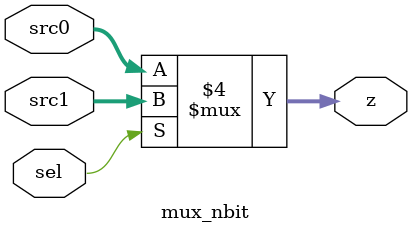
<source format=v>
module mux_nbit (sel, src0, src1, z);
  parameter n = 0;
  input sel;
  input [n-1:0] src0;
  input [n-1:0] src1;
  output reg [n-1:0] z;
  

  always @(sel or src0 or src1)
      begin
        if (sel == 1'b0) z <= src0;
        else z <= src1;
      end
   
endmodule

</source>
